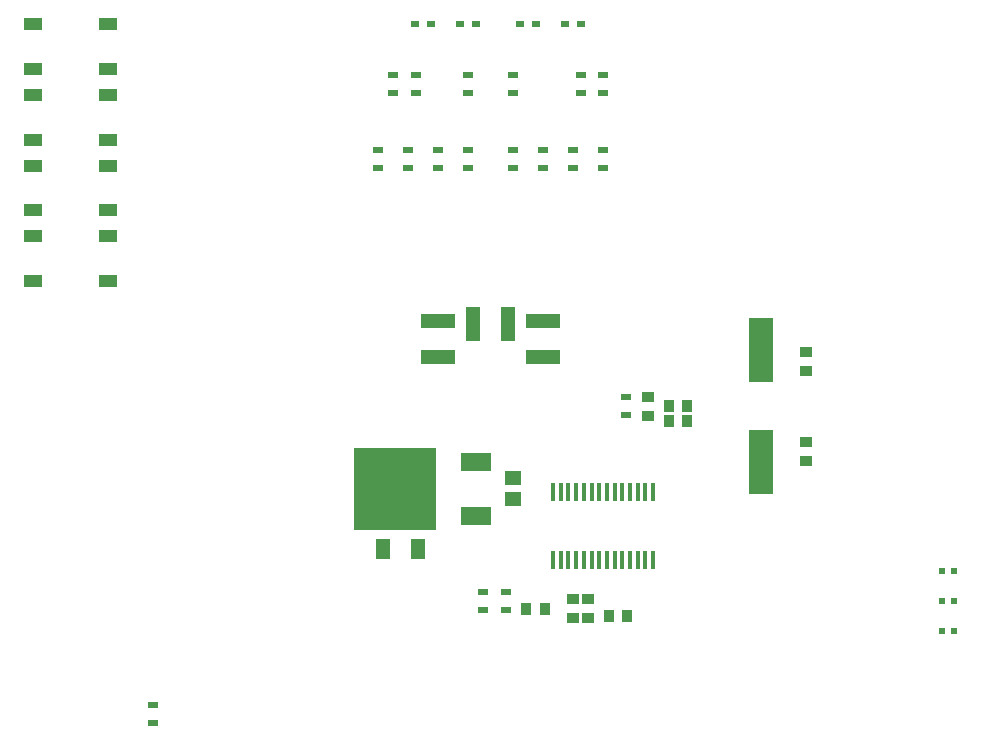
<source format=gbr>
G04 EAGLE Gerber RS-274X export*
G75*
%MOMM*%
%FSLAX34Y34*%
%LPD*%
%INSolderpaste Top*%
%IPPOS*%
%AMOC8*
5,1,8,0,0,1.08239X$1,22.5*%
G01*
%ADD10R,0.406800X1.571900*%
%ADD11R,0.950000X1.000000*%
%ADD12R,0.600000X0.600000*%
%ADD13R,0.889000X0.609600*%
%ADD14R,1.000000X0.950000*%
%ADD15R,2.000000X5.500000*%
%ADD16R,1.150000X3.000000*%
%ADD17R,3.000000X1.150000*%
%ADD18R,0.700000X0.500000*%
%ADD19R,1.450000X1.150000*%
%ADD20R,1.150000X1.800000*%
%ADD21R,2.500000X1.500000*%
%ADD22R,7.000000X7.000000*%
%ADD23R,1.600000X1.000000*%


D10*
X8550Y-200167D03*
X15050Y-200167D03*
X21550Y-200167D03*
X28050Y-200167D03*
X34550Y-200167D03*
X41050Y-200167D03*
X47550Y-200167D03*
X54050Y-200167D03*
X60550Y-200167D03*
X67050Y-200167D03*
X73550Y-200167D03*
X80050Y-200167D03*
X86550Y-200167D03*
X93050Y-200167D03*
X93050Y-142733D03*
X86550Y-142733D03*
X80050Y-142733D03*
X73550Y-142733D03*
X67050Y-142733D03*
X60550Y-142733D03*
X54050Y-142733D03*
X47550Y-142733D03*
X41050Y-142733D03*
X34550Y-142733D03*
X28050Y-142733D03*
X21550Y-142733D03*
X15050Y-142733D03*
X8550Y-142733D03*
D11*
X-14350Y-241300D03*
X1650Y-241300D03*
X106300Y-82550D03*
X122300Y-82550D03*
X71500Y-247650D03*
X55500Y-247650D03*
D12*
X337900Y-260350D03*
X347900Y-260350D03*
X337900Y-234950D03*
X347900Y-234950D03*
X337900Y-209550D03*
X347900Y-209550D03*
D13*
X69850Y-77343D03*
X69850Y-62357D03*
D14*
X88900Y-77850D03*
X88900Y-61850D03*
D11*
X106300Y-69850D03*
X122300Y-69850D03*
D14*
X38100Y-233300D03*
X38100Y-249300D03*
X25400Y-233300D03*
X25400Y-249300D03*
D15*
X184150Y-117350D03*
X184150Y-22350D03*
D14*
X222250Y-115950D03*
X222250Y-99950D03*
X222250Y-23750D03*
X222250Y-39750D03*
D16*
X-59450Y0D03*
X-29450Y0D03*
D17*
X0Y-27700D03*
X0Y2300D03*
X-88900Y-27700D03*
X-88900Y2300D03*
D13*
X-127000Y210693D03*
X-127000Y195707D03*
X-107950Y210693D03*
X-107950Y195707D03*
X-63500Y210693D03*
X-63500Y195707D03*
X-25400Y210693D03*
X-25400Y195707D03*
X31750Y210693D03*
X31750Y195707D03*
X50800Y210693D03*
X50800Y195707D03*
D18*
X31897Y254000D03*
X18903Y254000D03*
X-108097Y254000D03*
X-95103Y254000D03*
X-57003Y254000D03*
X-69997Y254000D03*
X-19197Y254000D03*
X-6203Y254000D03*
D13*
X-31750Y-227457D03*
X-31750Y-242443D03*
X-50800Y-242443D03*
X-50800Y-227457D03*
X-63500Y147193D03*
X-63500Y132207D03*
X-88900Y147193D03*
X-88900Y132207D03*
X-114300Y147193D03*
X-114300Y132207D03*
X-139700Y147193D03*
X-139700Y132207D03*
X50800Y147193D03*
X50800Y132207D03*
X25400Y147193D03*
X25400Y132207D03*
X0Y147193D03*
X0Y132207D03*
X-25400Y147193D03*
X-25400Y132207D03*
D19*
X-25400Y-130700D03*
X-25400Y-148700D03*
D20*
X-105650Y-190500D03*
X-135650Y-190500D03*
D21*
X-57150Y-162700D03*
X-57150Y-116700D03*
D22*
X-125650Y-139700D03*
D13*
X-330200Y-322707D03*
X-330200Y-337693D03*
D23*
X-432000Y254000D03*
X-368000Y254000D03*
X-432000Y216000D03*
X-368000Y216000D03*
X-432000Y194000D03*
X-368000Y194000D03*
X-432000Y156000D03*
X-368000Y156000D03*
X-432000Y134000D03*
X-368000Y134000D03*
X-432000Y96000D03*
X-368000Y96000D03*
X-432000Y74000D03*
X-368000Y74000D03*
X-432000Y36000D03*
X-368000Y36000D03*
M02*

</source>
